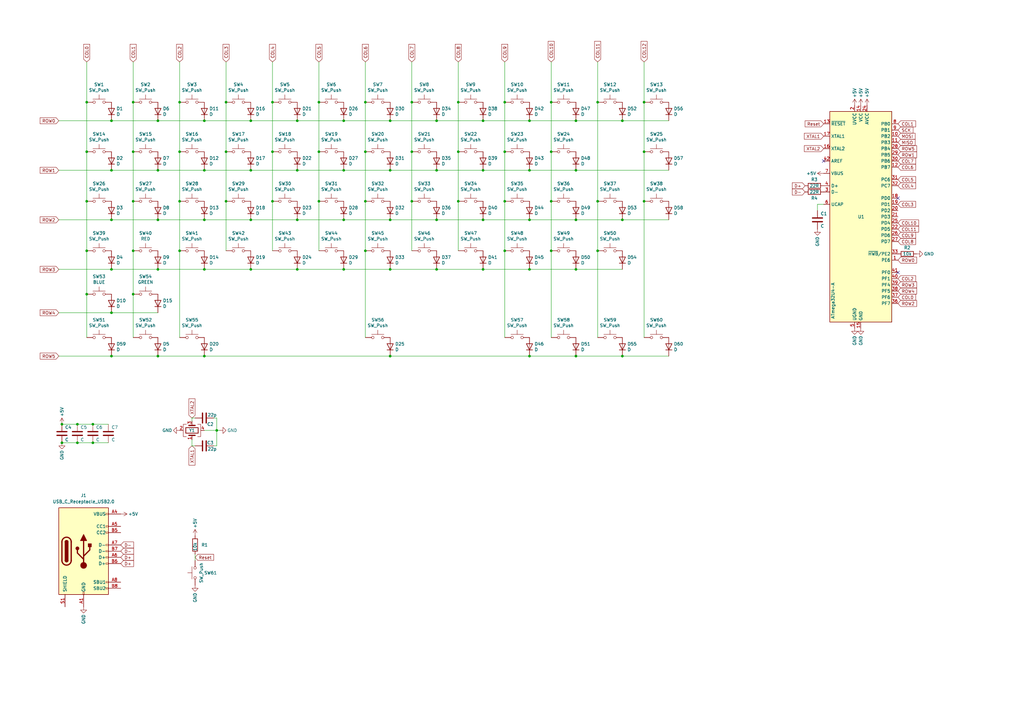
<source format=kicad_sch>
(kicad_sch (version 20211123) (generator eeschema)
  (paper "A3")
  (junction (at 236.22 146.05))
  (junction (at 64.77 69.85))
  (junction (at 187.96 41.91))
  (junction (at 236.22 69.85))
  (junction (at 140.97 69.85))
  (junction (at 54.61 41.91))
  (junction (at 245.11 41.91))
  (junction (at 236.22 110.49))
  (junction (at 45.72 128.27))
  (junction (at 226.06 41.91))
  (junction (at 54.61 120.65))
  (junction (at 45.72 69.85))
  (junction (at 160.02 49.53))
  (junction (at 83.82 146.05))
  (junction (at 102.87 69.85))
  (junction (at 160.02 90.17))
  (junction (at 207.01 41.91))
  (junction (at 217.17 69.85))
  (junction (at 264.16 41.91))
  (junction (at 73.66 82.55))
  (junction (at 245.11 102.87))
  (junction (at 45.72 146.05))
  (junction (at 226.06 62.23))
  (junction (at 236.22 90.17))
  (junction (at 54.61 102.87))
  (junction (at 73.66 102.87))
  (junction (at 73.66 62.23))
  (junction (at 168.91 82.55))
  (junction (at 198.12 90.17))
  (junction (at 140.97 90.17))
  (junction (at 35.56 62.23))
  (junction (at 111.76 82.55))
  (junction (at 236.22 49.53))
  (junction (at 121.92 49.53))
  (junction (at 168.91 41.91))
  (junction (at 31.75 181.61))
  (junction (at 45.72 90.17))
  (junction (at 64.77 110.49))
  (junction (at 111.76 41.91))
  (junction (at 187.96 82.55))
  (junction (at 45.72 49.53))
  (junction (at 207.01 102.87))
  (junction (at 255.27 146.05))
  (junction (at 207.01 62.23))
  (junction (at 198.12 69.85))
  (junction (at 217.17 146.05))
  (junction (at 92.71 62.23))
  (junction (at 35.56 120.65))
  (junction (at 226.06 102.87))
  (junction (at 130.81 82.55))
  (junction (at 255.27 49.53))
  (junction (at 83.82 49.53))
  (junction (at 245.11 82.55))
  (junction (at 92.71 82.55))
  (junction (at 149.86 102.87))
  (junction (at 130.81 41.91))
  (junction (at 38.1 181.61))
  (junction (at 92.71 41.91))
  (junction (at 25.4 173.99))
  (junction (at 160.02 69.85))
  (junction (at 179.07 49.53))
  (junction (at 121.92 90.17))
  (junction (at 102.87 49.53))
  (junction (at 140.97 110.49))
  (junction (at 83.82 90.17))
  (junction (at 83.82 69.85))
  (junction (at 149.86 82.55))
  (junction (at 25.4 181.61))
  (junction (at 121.92 110.49))
  (junction (at 160.02 146.05))
  (junction (at 45.72 110.49))
  (junction (at 140.97 49.53))
  (junction (at 179.07 69.85))
  (junction (at 31.75 173.99))
  (junction (at 64.77 90.17))
  (junction (at 64.77 146.05))
  (junction (at 226.06 82.55))
  (junction (at 187.96 62.23))
  (junction (at 179.07 110.49))
  (junction (at 149.86 41.91))
  (junction (at 64.77 49.53))
  (junction (at 130.81 62.23))
  (junction (at 35.56 102.87))
  (junction (at 111.76 62.23))
  (junction (at 54.61 62.23))
  (junction (at 217.17 90.17))
  (junction (at 179.07 90.17))
  (junction (at 168.91 62.23))
  (junction (at 35.56 41.91))
  (junction (at 217.17 49.53))
  (junction (at 149.86 62.23))
  (junction (at 207.01 82.55))
  (junction (at 217.17 110.49))
  (junction (at 102.87 90.17))
  (junction (at 160.02 110.49))
  (junction (at 121.92 69.85))
  (junction (at 88.9 176.53))
  (junction (at 255.27 90.17))
  (junction (at 264.16 62.23))
  (junction (at 38.1 173.99))
  (junction (at 198.12 110.49))
  (junction (at 83.82 110.49))
  (junction (at 54.61 82.55))
  (junction (at 35.56 82.55))
  (junction (at 73.66 41.91))
  (junction (at 264.16 82.55))
  (junction (at 102.87 110.49))
  (junction (at 198.12 49.53))
  (no_connect (at 368.3 111.76))
  (no_connect (at 368.3 81.28))
  (no_connect (at 337.82 66.04))
  (wire (pts (xy 187.96 62.23) (xy 187.96 41.91)))
  (wire (pts (xy 92.71 62.23) (xy 92.71 41.91)))
  (wire (pts (xy 31.75 173.99) (xy 38.1 173.99)))
  (wire (pts (xy 236.22 146.05) (xy 255.27 146.05)))
  (wire (pts (xy 207.01 41.91) (xy 207.01 62.23)))
  (wire (pts (xy 73.66 102.87) (xy 73.66 138.43)))
  (wire (pts (xy 245.11 41.91) (xy 245.11 25.4)))
  (wire (pts (xy 160.02 146.05) (xy 217.17 146.05)))
  (wire (pts (xy 54.61 120.65) (xy 54.61 138.43)))
  (wire (pts (xy 111.76 82.55) (xy 111.76 102.87)))
  (wire (pts (xy 187.96 41.91) (xy 187.96 25.4)))
  (wire (pts (xy 64.77 110.49) (xy 83.82 110.49)))
  (wire (pts (xy 121.92 69.85) (xy 140.97 69.85)))
  (wire (pts (xy 130.81 62.23) (xy 130.81 41.91)))
  (wire (pts (xy 245.11 102.87) (xy 245.11 138.43)))
  (wire (pts (xy 73.66 102.87) (xy 73.66 82.55)))
  (wire (pts (xy 236.22 90.17) (xy 217.17 90.17)))
  (wire (pts (xy 179.07 90.17) (xy 160.02 90.17)))
  (wire (pts (xy 168.91 82.55) (xy 168.91 62.23)))
  (wire (pts (xy 35.56 82.55) (xy 35.56 102.87)))
  (wire (pts (xy 83.82 90.17) (xy 64.77 90.17)))
  (wire (pts (xy 45.72 110.49) (xy 64.77 110.49)))
  (wire (pts (xy 88.9 171.45) (xy 88.9 176.53)))
  (wire (pts (xy 130.81 41.91) (xy 130.81 25.4)))
  (wire (pts (xy 35.56 102.87) (xy 35.56 120.65)))
  (wire (pts (xy 83.82 110.49) (xy 102.87 110.49)))
  (wire (pts (xy 54.61 25.4) (xy 54.61 41.91)))
  (wire (pts (xy 217.17 110.49) (xy 236.22 110.49)))
  (wire (pts (xy 24.13 146.05) (xy 45.72 146.05)))
  (wire (pts (xy 149.86 62.23) (xy 149.86 82.55)))
  (wire (pts (xy 207.01 82.55) (xy 207.01 102.87)))
  (wire (pts (xy 73.66 41.91) (xy 73.66 25.4)))
  (wire (pts (xy 88.9 176.53) (xy 88.9 182.88)))
  (wire (pts (xy 83.82 69.85) (xy 102.87 69.85)))
  (wire (pts (xy 140.97 90.17) (xy 121.92 90.17)))
  (wire (pts (xy 102.87 90.17) (xy 83.82 90.17)))
  (wire (pts (xy 198.12 90.17) (xy 179.07 90.17)))
  (wire (pts (xy 255.27 49.53) (xy 274.32 49.53)))
  (wire (pts (xy 54.61 62.23) (xy 54.61 82.55)))
  (wire (pts (xy 217.17 90.17) (xy 198.12 90.17)))
  (wire (pts (xy 121.92 110.49) (xy 140.97 110.49)))
  (wire (pts (xy 83.82 49.53) (xy 102.87 49.53)))
  (wire (pts (xy 54.61 82.55) (xy 54.61 102.87)))
  (wire (pts (xy 179.07 110.49) (xy 198.12 110.49)))
  (wire (pts (xy 31.75 181.61) (xy 38.1 181.61)))
  (wire (pts (xy 111.76 41.91) (xy 111.76 62.23)))
  (wire (pts (xy 245.11 82.55) (xy 245.11 41.91)))
  (wire (pts (xy 140.97 49.53) (xy 160.02 49.53)))
  (wire (pts (xy 168.91 41.91) (xy 168.91 25.4)))
  (wire (pts (xy 226.06 25.4) (xy 226.06 41.91)))
  (wire (pts (xy 149.86 82.55) (xy 149.86 102.87)))
  (wire (pts (xy 64.77 49.53) (xy 83.82 49.53)))
  (wire (pts (xy 179.07 49.53) (xy 198.12 49.53)))
  (wire (pts (xy 83.82 176.53) (xy 88.9 176.53)))
  (wire (pts (xy 24.13 128.27) (xy 45.72 128.27)))
  (wire (pts (xy 160.02 110.49) (xy 179.07 110.49)))
  (wire (pts (xy 35.56 41.91) (xy 35.56 62.23)))
  (wire (pts (xy 274.32 90.17) (xy 255.27 90.17)))
  (wire (pts (xy 35.56 62.23) (xy 35.56 82.55)))
  (wire (pts (xy 160.02 90.17) (xy 140.97 90.17)))
  (wire (pts (xy 187.96 82.55) (xy 187.96 62.23)))
  (wire (pts (xy 92.71 102.87) (xy 92.71 82.55)))
  (wire (pts (xy 78.74 182.88) (xy 80.01 182.88)))
  (wire (pts (xy 217.17 146.05) (xy 236.22 146.05)))
  (wire (pts (xy 207.01 25.4) (xy 207.01 41.91)))
  (wire (pts (xy 111.76 62.23) (xy 111.76 82.55)))
  (wire (pts (xy 102.87 49.53) (xy 121.92 49.53)))
  (wire (pts (xy 335.28 83.82) (xy 337.82 83.82)))
  (wire (pts (xy 87.63 171.45) (xy 88.9 171.45)))
  (wire (pts (xy 217.17 49.53) (xy 236.22 49.53)))
  (wire (pts (xy 121.92 49.53) (xy 140.97 49.53)))
  (wire (pts (xy 140.97 110.49) (xy 160.02 110.49)))
  (wire (pts (xy 187.96 102.87) (xy 187.96 82.55)))
  (wire (pts (xy 149.86 25.4) (xy 149.86 41.91)))
  (wire (pts (xy 78.74 180.34) (xy 78.74 182.88)))
  (wire (pts (xy 73.66 62.23) (xy 73.66 41.91)))
  (wire (pts (xy 88.9 176.53) (xy 90.17 176.53)))
  (wire (pts (xy 25.4 173.99) (xy 31.75 173.99)))
  (wire (pts (xy 226.06 82.55) (xy 226.06 102.87)))
  (wire (pts (xy 35.56 25.4) (xy 35.56 41.91)))
  (wire (pts (xy 168.91 102.87) (xy 168.91 82.55)))
  (wire (pts (xy 264.16 62.23) (xy 264.16 82.55)))
  (wire (pts (xy 78.74 172.72) (xy 78.74 171.45)))
  (wire (pts (xy 335.28 86.36) (xy 335.28 83.82)))
  (wire (pts (xy 38.1 181.61) (xy 44.45 181.61)))
  (wire (pts (xy 130.81 102.87) (xy 130.81 82.55)))
  (wire (pts (xy 140.97 69.85) (xy 160.02 69.85)))
  (wire (pts (xy 102.87 69.85) (xy 121.92 69.85)))
  (wire (pts (xy 198.12 69.85) (xy 217.17 69.85)))
  (wire (pts (xy 236.22 69.85) (xy 274.32 69.85)))
  (wire (pts (xy 160.02 49.53) (xy 179.07 49.53)))
  (wire (pts (xy 78.74 171.45) (xy 80.01 171.45)))
  (wire (pts (xy 130.81 82.55) (xy 130.81 62.23)))
  (wire (pts (xy 38.1 173.99) (xy 44.45 173.99)))
  (wire (pts (xy 64.77 69.85) (xy 83.82 69.85)))
  (wire (pts (xy 45.72 49.53) (xy 64.77 49.53)))
  (wire (pts (xy 226.06 62.23) (xy 226.06 82.55)))
  (wire (pts (xy 264.16 82.55) (xy 264.16 138.43)))
  (wire (pts (xy 87.63 182.88) (xy 88.9 182.88)))
  (wire (pts (xy 54.61 120.65) (xy 54.61 102.87)))
  (wire (pts (xy 236.22 49.53) (xy 255.27 49.53)))
  (wire (pts (xy 64.77 146.05) (xy 83.82 146.05)))
  (wire (pts (xy 198.12 110.49) (xy 217.17 110.49)))
  (wire (pts (xy 264.16 25.4) (xy 264.16 41.91)))
  (wire (pts (xy 54.61 41.91) (xy 54.61 62.23)))
  (wire (pts (xy 35.56 120.65) (xy 35.56 138.43)))
  (wire (pts (xy 24.13 49.53) (xy 45.72 49.53)))
  (wire (pts (xy 149.86 102.87) (xy 149.86 138.43)))
  (wire (pts (xy 198.12 49.53) (xy 217.17 49.53)))
  (wire (pts (xy 179.07 69.85) (xy 198.12 69.85)))
  (wire (pts (xy 149.86 41.91) (xy 149.86 62.23)))
  (wire (pts (xy 24.13 110.49) (xy 45.72 110.49)))
  (wire (pts (xy 168.91 62.23) (xy 168.91 41.91)))
  (wire (pts (xy 64.77 90.17) (xy 45.72 90.17)))
  (wire (pts (xy 83.82 146.05) (xy 160.02 146.05)))
  (wire (pts (xy 207.01 62.23) (xy 207.01 82.55)))
  (wire (pts (xy 121.92 90.17) (xy 102.87 90.17)))
  (wire (pts (xy 80.01 227.33) (xy 80.01 229.87)))
  (wire (pts (xy 24.13 69.85) (xy 45.72 69.85)))
  (wire (pts (xy 25.4 181.61) (xy 31.75 181.61)))
  (wire (pts (xy 255.27 146.05) (xy 274.32 146.05)))
  (wire (pts (xy 45.72 128.27) (xy 64.77 128.27)))
  (wire (pts (xy 236.22 110.49) (xy 255.27 110.49)))
  (wire (pts (xy 160.02 69.85) (xy 179.07 69.85)))
  (wire (pts (xy 111.76 25.4) (xy 111.76 41.91)))
  (wire (pts (xy 92.71 41.91) (xy 92.71 25.4)))
  (wire (pts (xy 102.87 110.49) (xy 121.92 110.49)))
  (wire (pts (xy 264.16 41.91) (xy 264.16 62.23)))
  (wire (pts (xy 45.72 90.17) (xy 24.13 90.17)))
  (wire (pts (xy 92.71 82.55) (xy 92.71 62.23)))
  (wire (pts (xy 217.17 69.85) (xy 236.22 69.85)))
  (wire (pts (xy 226.06 41.91) (xy 226.06 62.23)))
  (wire (pts (xy 207.01 102.87) (xy 207.01 138.43)))
  (wire (pts (xy 226.06 102.87) (xy 226.06 138.43)))
  (wire (pts (xy 73.66 82.55) (xy 73.66 62.23)))
  (wire (pts (xy 255.27 90.17) (xy 236.22 90.17)))
  (wire (pts (xy 45.72 69.85) (xy 64.77 69.85)))
  (wire (pts (xy 245.11 82.55) (xy 245.11 102.87)))
  (wire (pts (xy 45.72 146.05) (xy 64.77 146.05)))
  (global_label "D-" (shape input) (at 330.2 78.74 180) (property "Intersheet References" "${INTERSHEET_REFS}" (effects hide)))
  (global_label "D+" (shape input) (at 330.2 76.2 180) (property "Intersheet References" "${INTERSHEET_REFS}" (effects hide)))
  (global_label "COL9" (shape input) (at 368.3 96.52 0) (property "Intersheet References" "${INTERSHEET_REFS}" (effects hide)))
  (global_label "ROW4" (shape input) (at 24.13 128.27 180) (property "Intersheet References" "${INTERSHEET_REFS}" (effects hide)))
  (global_label "COL2" (shape input) (at 73.66 25.4 90) (property "Intersheet References" "${INTERSHEET_REFS}" (effects hide)))
  (global_label "COL10" (shape input) (at 226.06 25.4 90) (property "Intersheet References" "${INTERSHEET_REFS}" (effects hide)))
  (global_label "D-" (shape input) (at 49.53 226.06 0) (property "Intersheet References" "${INTERSHEET_REFS}" (effects hide)))
  (global_label "ROW2" (shape input) (at 24.13 90.17 180) (property "Intersheet References" "${INTERSHEET_REFS}" (effects hide)))
  (global_label "ROW0" (shape input) (at 24.13 49.53 180) (property "Intersheet References" "${INTERSHEET_REFS}" (effects hide)))
  (global_label "COL5" (shape input) (at 368.3 73.66 0) (property "Intersheet References" "${INTERSHEET_REFS}" (effects hide)))
  (global_label "COL3" (shape input) (at 92.71 25.4 90) (property "Intersheet References" "${INTERSHEET_REFS}" (effects hide)))
  (global_label "COL6" (shape input) (at 149.86 25.4 90) (property "Intersheet References" "${INTERSHEET_REFS}" (effects hide)))
  (global_label "ROW4" (shape input) (at 368.3 119.38 0) (property "Intersheet References" "${INTERSHEET_REFS}" (effects hide)))
  (global_label "ROW0" (shape input) (at 368.3 106.68 0) (property "Intersheet References" "${INTERSHEET_REFS}" (effects hide)))
  (global_label "D+" (shape input) (at 49.53 231.14 0) (property "Intersheet References" "${INTERSHEET_REFS}" (effects hide)))
  (global_label "COL12" (shape input) (at 264.16 25.4 90) (property "Intersheet References" "${INTERSHEET_REFS}" (effects hide)))
  (global_label "ROW5" (shape input) (at 24.13 146.05 180) (property "Intersheet References" "${INTERSHEET_REFS}" (effects hide)))
  (global_label "COL5" (shape input) (at 130.81 25.4 90) (property "Intersheet References" "${INTERSHEET_REFS}" (effects hide)))
  (global_label "COL8" (shape input) (at 187.96 25.4 90) (property "Intersheet References" "${INTERSHEET_REFS}" (effects hide)))
  (global_label "COL0" (shape input) (at 35.56 25.4 90) (property "Intersheet References" "${INTERSHEET_REFS}" (effects hide)))
  (global_label "COL11" (shape input) (at 245.11 25.4 90) (property "Intersheet References" "${INTERSHEET_REFS}" (effects hide)))
  (global_label "D+" (shape input) (at 49.53 228.6 0) (property "Intersheet References" "${INTERSHEET_REFS}" (effects hide)))
  (global_label "COL8" (shape input) (at 368.3 99.06 0) (property "Intersheet References" "${INTERSHEET_REFS}" (effects hide)))
  (global_label "COL7" (shape input) (at 168.91 25.4 90) (property "Intersheet References" "${INTERSHEET_REFS}" (effects hide)))
  (global_label "ROW3" (shape input) (at 24.13 110.49 180) (property "Intersheet References" "${INTERSHEET_REFS}" (effects hide)))
  (global_label "COL0" (shape input) (at 368.3 121.92 0) (property "Intersheet References" "${INTERSHEET_REFS}" (effects hide)))
  (global_label "COL4" (shape input) (at 368.3 76.2 0) (property "Intersheet References" "${INTERSHEET_REFS}" (effects hide)))
  (global_label "ROW1" (shape input) (at 368.3 63.5 0) (property "Intersheet References" "${INTERSHEET_REFS}" (effects hide)))
  (global_label "XTAL1" (shape input) (at 337.82 55.88 180) (property "Intersheet References" "${INTERSHEET_REFS}" (effects hide)))
  (global_label "COL9" (shape input) (at 207.01 25.4 90) (property "Intersheet References" "${INTERSHEET_REFS}" (effects hide)))
  (global_label "COL2" (shape input) (at 368.3 114.3 0) (property "Intersheet References" "${INTERSHEET_REFS}" (effects hide)))
  (global_label "XTAL1" (shape input) (at 78.74 182.88 270) (property "Intersheet References" "${INTERSHEET_REFS}" (effects hide)))
  (global_label "COL10" (shape input) (at 368.3 91.44 0) (property "Intersheet References" "${INTERSHEET_REFS}" (effects hide)))
  (global_label "COL3" (shape input) (at 368.3 83.82 0) (property "Intersheet References" "${INTERSHEET_REFS}" (effects hide)))
  (global_label "COL12" (shape input) (at 427.99 -46.99 0) (property "Intersheet References" "${INTERSHEET_REFS}" (effects hide)))
  (global_label "MOSI" (shape input) (at 368.3 55.88 0) (property "Intersheet References" "${INTERSHEET_REFS}" (effects hide)))
  (global_label "COL1" (shape input) (at 54.61 25.4 90) (property "Intersheet References" "${INTERSHEET_REFS}" (effects hide)))
  (global_label "COL7" (shape input) (at 368.3 66.04 0) (property "Intersheet References" "${INTERSHEET_REFS}" (effects hide)))
  (global_label "MISO" (shape input) (at 368.3 58.42 0) (property "Intersheet References" "${INTERSHEET_REFS}" (effects hide)))
  (global_label "XTAL2" (shape input) (at 337.82 60.96 180) (property "Intersheet References" "${INTERSHEET_REFS}" (effects hide)))
  (global_label "Reset" (shape input) (at 80.01 228.6 0) (property "Intersheet References" "${INTERSHEET_REFS}" (effects hide)))
  (global_label "D-" (shape input) (at 49.53 223.52 0) (property "Intersheet References" "${INTERSHEET_REFS}" (effects hide)))
  (global_label "Reset" (shape input) (at 337.82 50.8 180) (property "Intersheet References" "${INTERSHEET_REFS}" (effects hide)))
  (global_label "XTAL2" (shape input) (at 78.74 171.45 90) (property "Intersheet References" "${INTERSHEET_REFS}" (effects hide)))
  (global_label "COL11" (shape input) (at 368.3 93.98 0) (property "Intersheet References" "${INTERSHEET_REFS}" (effects hide)))
  (global_label "COL6" (shape input) (at 368.3 68.58 0) (property "Intersheet References" "${INTERSHEET_REFS}" (effects hide)))
  (global_label "ROW2" (shape input) (at 368.3 124.46 0) (property "Intersheet References" "${INTERSHEET_REFS}" (effects hide)))
  (global_label "COL4" (shape input) (at 111.76 25.4 90) (property "Intersheet References" "${INTERSHEET_REFS}" (effects hide)))
  (global_label "ROW1" (shape input) (at 24.13 69.85 180) (property "Intersheet References" "${INTERSHEET_REFS}" (effects hide)))
  (global_label "ROW5" (shape input) (at 368.3 60.96 0) (property "Intersheet References" "${INTERSHEET_REFS}" (effects hide)))
  (global_label "SCK" (shape input) (at 368.3 53.34 0) (property "Intersheet References" "${INTERSHEET_REFS}" (effects hide)))
  (global_label "ROW3" (shape input) (at 368.3 116.84 0) (property "Intersheet References" "${INTERSHEET_REFS}" (effects hide)))
  (global_label "COL1" (shape input) (at 368.3 50.8 0) (property "Intersheet References" "${INTERSHEET_REFS}" (effects hide)))
  (symbol (lib_id "Switch:SW_Push") (at 40.64 41.91 0) (unit 1)
    (property "Reference" "SW1" (at 40.64 34.671 0))
    (property "Value" "SW_Push" (at 40.64 36.9824 0))
    (property "Footprint" "Switch_Keyboard_Kailh:SW_Kailh_Choc_V1_1.00u" (effects hide))
  )
  (symbol (lib_id "Switch:SW_Push") (at 154.94 41.91 0) (unit 1)
    (property "Reference" "SW7" (at 154.94 34.671 0))
    (property "Value" "SW_Push" (at 154.94 36.9824 0))
    (property "Footprint" "Switch_Keyboard_Kailh:SW_Kailh_Choc_V1_1.00u" (effects hide))
  )
  (symbol (lib_id "Switch:SW_Push") (at 269.24 41.91 0) (unit 1)
    (property "Reference" "SW13" (at 269.24 34.671 0))
    (property "Value" "SW_Push" (at 269.24 36.9824 0))
    (property "Footprint" "Switch_Keyboard_Kailh:SW_Kailh_Choc_V1_1.00u" (effects hide))
  )
  (symbol (lib_id "Switch:SW_Push") (at 135.89 62.23 0) (unit 1)
    (property "Reference" "SW19" (at 135.89 54.991 0))
    (property "Value" "SW_Push" (at 135.89 57.3024 0))
    (property "Footprint" "Switch_Keyboard_Kailh:SW_Kailh_Choc_V1_1.00u" (effects hide))
  )
  (symbol (lib_id "Switch:SW_Push") (at 269.24 62.23 0) (unit 1)
    (property "Reference" "SW25" (at 269.24 54.991 0))
    (property "Value" "SW_Push" (at 269.24 57.3024 0))
    (property "Footprint" "Switch_Keyboard_Kailh:SW_Kailh_Choc_V1_2.00u" (effects hide))
  )
  (symbol (lib_id "Switch:SW_Push") (at 135.89 82.55 0) (unit 1)
    (property "Reference" "SW31" (at 135.89 75.311 0))
    (property "Value" "SW_Push" (at 135.89 77.6224 0))
    (property "Footprint" "Switch_Keyboard_Kailh:SW_Kailh_Choc_V1_1.00u" (effects hide))
  )
  (symbol (lib_id "Switch:SW_Push") (at 250.19 82.55 0) (unit 1)
    (property "Reference" "SW37" (at 250.19 75.311 0))
    (property "Value" "SW_Push" (at 250.19 77.6224 0))
    (property "Footprint" "Switch_Keyboard_Kailh:SW_Kailh_Choc_V1_1.00u" (effects hide))
  )
  (symbol (lib_id "Switch:SW_Push") (at 116.84 102.87 0) (unit 1)
    (property "Reference" "SW43" (at 116.84 95.631 0))
    (property "Value" "SW_Push" (at 116.84 97.9424 0))
    (property "Footprint" "Switch_Keyboard_Kailh:SW_Kailh_Choc_V1_1.00u" (effects hide))
  )
  (symbol (lib_id "Switch:SW_Push") (at 231.14 102.87 0) (unit 1)
    (property "Reference" "SW49" (at 231.14 95.631 0))
    (property "Value" "SW_Push" (at 231.14 97.9424 0))
    (property "Footprint" "Switch_Keyboard_Kailh:SW_Kailh_Choc_V1_1.00u" (effects hide))
  )
  (symbol (lib_id "Switch:SW_Push") (at 78.74 138.43 0) (unit 1)
    (property "Reference" "SW55" (at 78.74 131.191 0))
    (property "Value" "SW_Push" (at 78.74 133.5024 0))
    (property "Footprint" "Switch_Keyboard_Kailh:SW_Kailh_Choc_V1_1.00u" (effects hide))
  )
  (symbol (lib_id "Switch:SW_Push") (at 59.69 41.91 0) (unit 1)
    (property "Reference" "SW2" (at 59.69 34.671 0))
    (property "Value" "SW_Push" (at 59.69 36.9824 0))
    (property "Footprint" "Switch_Keyboard_Kailh:SW_Kailh_Choc_V1_1.00u" (effects hide))
  )
  (symbol (lib_id "Switch:SW_Push") (at 173.99 41.91 0) (unit 1)
    (property "Reference" "SW8" (at 173.99 34.671 0))
    (property "Value" "SW_Push" (at 173.99 36.9824 0))
    (property "Footprint" "Switch_Keyboard_Kailh:SW_Kailh_Choc_V1_1.00u" (effects hide))
  )
  (symbol (lib_id "Switch:SW_Push") (at 40.64 62.23 0) (unit 1)
    (property "Reference" "SW14" (at 40.64 54.991 0))
    (property "Value" "SW_Push" (at 40.64 57.3024 0))
    (property "Footprint" "Switch_Keyboard_Kailh:SW_Kailh_Choc_V1_1.00u" (effects hide))
  )
  (symbol (lib_id "Switch:SW_Push") (at 154.94 62.23 0) (unit 1)
    (property "Reference" "SW20" (at 154.94 54.991 0))
    (property "Value" "SW_Push" (at 154.94 57.3024 0))
    (property "Footprint" "Switch_Keyboard_Kailh:SW_Kailh_Choc_V1_1.00u" (effects hide))
  )
  (symbol (lib_id "Switch:SW_Push") (at 40.64 82.55 0) (unit 1)
    (property "Reference" "SW26" (at 40.64 75.311 0))
    (property "Value" "SW_Push" (at 40.64 77.6224 0))
    (property "Footprint" "Switch_Keyboard_Kailh:SW_Kailh_Choc_V1_1.00u" (effects hide))
  )
  (symbol (lib_id "Switch:SW_Push") (at 154.94 82.55 0) (unit 1)
    (property "Reference" "SW32" (at 154.94 75.311 0))
    (property "Value" "SW_Push" (at 154.94 77.6224 0))
    (property "Footprint" "Switch_Keyboard_Kailh:SW_Kailh_Choc_V1_1.00u" (effects hide))
  )
  (symbol (lib_id "Switch:SW_Push") (at 269.24 82.55 0) (unit 1)
    (property "Reference" "SW38" (at 269.24 75.311 0))
    (property "Value" "SW_Push" (at 269.24 77.6224 0))
    (property "Footprint" "Switch_Keyboard_Kailh:SW_Kailh_Choc_V1_2.00u_Rotated" (effects hide))
  )
  (symbol (lib_id "Switch:SW_Push") (at 135.89 102.87 0) (unit 1)
    (property "Reference" "SW44" (at 135.89 95.631 0))
    (property "Value" "SW_Push" (at 135.89 97.9424 0))
    (property "Footprint" "Switch_Keyboard_Kailh:SW_Kailh_Choc_V1_1.00u" (effects hide))
  )
  (symbol (lib_id "Switch:SW_Push") (at 250.19 102.87 0) (unit 1)
    (property "Reference" "SW50" (at 250.19 95.631 0))
    (property "Value" "SW_Push" (at 250.19 97.9424 0))
    (property "Footprint" "Switch_Keyboard_Kailh:SW_Kailh_Choc_V1_1.00u" (effects hide))
  )
  (symbol (lib_id "Switch:SW_Push") (at 154.94 138.43 0) (unit 1)
    (property "Reference" "SW56" (at 154.94 131.191 0))
    (property "Value" "SW_Push" (at 154.94 133.5024 0))
    (property "Footprint" "Switch_Keyboard_Kailh:SW_Kailh_Choc_V1_6.00u_Offset" (effects hide))
  )
  (symbol (lib_id "Switch:SW_Push") (at 78.74 41.91 0) (unit 1)
    (property "Reference" "SW3" (at 78.74 34.671 0))
    (property "Value" "SW_Push" (at 78.74 36.9824 0))
    (property "Footprint" "Switch_Keyboard_Kailh:SW_Kailh_Choc_V1_1.00u" (effects hide))
  )
  (symbol (lib_id "Switch:SW_Push") (at 193.04 41.91 0) (unit 1)
    (property "Reference" "SW9" (at 193.04 34.671 0))
    (property "Value" "SW_Push" (at 193.04 36.9824 0))
    (property "Footprint" "Switch_Keyboard_Kailh:SW_Kailh_Choc_V1_1.00u" (effects hide))
  )
  (symbol (lib_id "Switch:SW_Push") (at 59.69 62.23 0) (unit 1)
    (property "Reference" "SW15" (at 59.69 54.991 0))
    (property "Value" "SW_Push" (at 59.69 57.3024 0))
    (property "Footprint" "Switch_Keyboard_Kailh:SW_Kailh_Choc_V1_1.00u" (effects hide))
  )
  (symbol (lib_id "Switch:SW_Push") (at 173.99 62.23 0) (unit 1)
    (property "Reference" "SW21" (at 173.99 54.991 0))
    (property "Value" "SW_Push" (at 173.99 57.3024 0))
    (property "Footprint" "Switch_Keyboard_Kailh:SW_Kailh_Choc_V1_1.00u" (effects hide))
  )
  (symbol (lib_id "Switch:SW_Push") (at 59.69 82.55 0) (unit 1)
    (property "Reference" "SW27" (at 59.69 75.311 0))
    (property "Value" "SW_Push" (at 59.69 77.6224 0))
    (property "Footprint" "Switch_Keyboard_Kailh:SW_Kailh_Choc_V1_1.00u" (effects hide))
  )
  (symbol (lib_id "Switch:SW_Push") (at 173.99 82.55 0) (unit 1)
    (property "Reference" "SW33" (at 173.99 75.311 0))
    (property "Value" "SW_Push" (at 173.99 77.6224 0))
    (property "Footprint" "Switch_Keyboard_Kailh:SW_Kailh_Choc_V1_1.00u" (effects hide))
  )
  (symbol (lib_id "Switch:SW_Push") (at 40.64 102.87 0) (unit 1)
    (property "Reference" "SW39" (at 40.64 95.631 0))
    (property "Value" "SW_Push" (at 40.64 97.9424 0))
    (property "Footprint" "Switch_Keyboard_Kailh:SW_Kailh_Choc_V1_1.00u" (effects hide))
  )
  (symbol (lib_id "Switch:SW_Push") (at 154.94 102.87 0) (unit 1)
    (property "Reference" "SW45" (at 154.94 95.631 0))
    (property "Value" "SW_Push" (at 154.94 97.9424 0))
    (property "Footprint" "Switch_Keyboard_Kailh:SW_Kailh_Choc_V1_1.00u" (effects hide))
  )
  (symbol (lib_id "Switch:SW_Push") (at 40.64 138.43 0) (unit 1)
    (property "Reference" "SW51" (at 40.64 131.191 0))
    (property "Value" "SW_Push" (at 40.64 133.5024 0))
    (property "Footprint" "Switch_Keyboard_Kailh:SW_Kailh_Choc_V1_1.00u" (effects hide))
  )
  (symbol (lib_id "Switch:SW_Push") (at 212.09 138.43 0) (unit 1)
    (property "Reference" "SW57" (at 212.09 131.191 0))
    (property "Value" "SW_Push" (at 212.09 133.5024 0))
    (property "Footprint" "Switch_Keyboard_Kailh:SW_Kailh_Choc_V1_1.00u" (effects hide))
  )
  (symbol (lib_id "Switch:SW_Push") (at 97.79 41.91 0) (unit 1)
    (property "Reference" "SW4" (at 97.79 34.671 0))
    (property "Value" "SW_Push" (at 97.79 36.9824 0))
    (property "Footprint" "Switch_Keyboard_Kailh:SW_Kailh_Choc_V1_1.00u" (effects hide))
  )
  (symbol (lib_id "Switch:SW_Push") (at 212.09 41.91 0) (unit 1)
    (property "Reference" "SW10" (at 212.09 34.671 0))
    (property "Value" "SW_Push" (at 212.09 36.9824 0))
    (property "Footprint" "Switch_Keyboard_Kailh:SW_Kailh_Choc_V1_1.00u" (effects hide))
  )
  (symbol (lib_id "Switch:SW_Push") (at 78.74 62.23 0) (unit 1)
    (property "Reference" "SW16" (at 78.74 54.991 0))
    (property "Value" "SW_Push" (at 78.74 57.3024 0))
    (property "Footprint" "Switch_Keyboard_Kailh:SW_Kailh_Choc_V1_1.00u" (effects hide))
  )
  (symbol (lib_id "Switch:SW_Push") (at 193.04 62.23 0) (unit 1)
    (property "Reference" "SW22" (at 193.04 54.991 0))
    (property "Value" "SW_Push" (at 193.04 57.3024 0))
    (property "Footprint" "Switch_Keyboard_Kailh:SW_Kailh_Choc_V1_1.00u" (effects hide))
  )
  (symbol (lib_id "Switch:SW_Push") (at 78.74 82.55 0) (unit 1)
    (property "Reference" "SW28" (at 78.74 75.311 0))
    (property "Value" "SW_Push" (at 78.74 77.6224 0))
    (property "Footprint" "Switch_Keyboard_Kailh:SW_Kailh_Choc_V1_1.00u" (effects hide))
  )
  (symbol (lib_id "Switch:SW_Push") (at 193.04 82.55 0) (unit 1)
    (property "Reference" "SW34" (at 193.04 75.311 0))
    (property "Value" "SW_Push" (at 193.04 77.6224 0))
    (property "Footprint" "Switch_Keyboard_Kailh:SW_Kailh_Choc_V1_1.00u" (effects hide))
  )
  (symbol (lib_id "Switch:SW_Push") (at 59.69 102.87 0) (unit 1)
    (property "Reference" "SW40" (at 59.69 95.631 0))
    (property "Value" "RED" (at 59.69 97.9424 0))
    (property "Footprint" "Switch_Keyboard_Kailh:SW_58_Series_Kalih" (effects hide))
  )
  (symbol (lib_id "Switch:SW_Push") (at 173.99 102.87 0) (unit 1)
    (property "Reference" "SW46" (at 173.99 95.631 0))
    (property "Value" "SW_Push" (at 173.99 97.9424 0))
    (property "Footprint" "Switch_Keyboard_Kailh:SW_Kailh_Choc_V1_1.00u" (effects hide))
  )
  (symbol (lib_id "Switch:SW_Push") (at 59.69 138.43 0) (unit 1)
    (property "Reference" "SW52" (at 59.69 131.191 0))
    (property "Value" "SW_Push" (at 59.69 133.5024 0))
    (property "Footprint" "Switch_Keyboard_Kailh:SW_Kailh_Choc_V1_1.00u" (effects hide))
  )
  (symbol (lib_id "Switch:SW_Push") (at 231.14 138.43 0) (unit 1)
    (property "Reference" "SW58" (at 231.14 131.191 0))
    (property "Value" "SW_Push" (at 231.14 133.5024 0))
    (property "Footprint" "Switch_Keyboard_Kailh:SW_Kailh_Choc_V1_1.00u" (effects hide))
  )
  (symbol (lib_id "Switch:SW_Push") (at 116.84 41.91 0) (unit 1)
    (property "Reference" "SW5" (at 116.84 34.671 0))
    (property "Value" "SW_Push" (at 116.84 36.9824 0))
    (property "Footprint" "Switch_Keyboard_Kailh:SW_Kailh_Choc_V1_1.00u" (effects hide))
  )
  (symbol (lib_id "Switch:SW_Push") (at 231.14 41.91 0) (unit 1)
    (property "Reference" "SW11" (at 231.14 34.671 0))
    (property "Value" "SW_Push" (at 231.14 36.9824 0))
    (property "Footprint" "Switch_Keyboard_Kailh:SW_Kailh_Choc_V1_1.00u" (effects hide))
  )
  (symbol (lib_id "Switch:SW_Push") (at 97.79 62.23 0) (unit 1)
    (property "Reference" "SW17" (at 97.79 54.991 0))
    (property "Value" "SW_Push" (at 97.79 57.3024 0))
    (property "Footprint" "Switch_Keyboard_Kailh:SW_Kailh_Choc_V1_1.00u" (effects hide))
  )
  (symbol (lib_id "Switch:SW_Push") (at 212.09 62.23 0) (unit 1)
    (property "Reference" "SW23" (at 212.09 54.991 0))
    (property "Value" "SW_Push" (at 212.09 57.3024 0))
    (property "Footprint" "Switch_Keyboard_Kailh:SW_Kailh_Choc_V1_1.00u" (effects hide))
  )
  (symbol (lib_id "Switch:SW_Push") (at 97.79 82.55 0) (unit 1)
    (property "Reference" "SW29" (at 97.79 75.311 0))
    (property "Value" "SW_Push" (at 97.79 77.6224 0))
    (property "Footprint" "Switch_Keyboard_Kailh:SW_Kailh_Choc_V1_1.00u" (effects hide))
  )
  (symbol (lib_id "Switch:SW_Push") (at 212.09 82.55 0) (unit 1)
    (property "Reference" "SW35" (at 212.09 75.311 0))
    (property "Value" "SW_Push" (at 212.09 77.6224 0))
    (property "Footprint" "Switch_Keyboard_Kailh:SW_Kailh_Choc_V1_1.00u" (effects hide))
  )
  (symbol (lib_id "Switch:SW_Push") (at 78.74 102.87 0) (unit 1)
    (property "Reference" "SW41" (at 78.74 95.631 0))
    (property "Value" "SW_Push" (at 78.74 97.9424 0))
    (property "Footprint" "Switch_Keyboard_Kailh:SW_Kailh_Choc_V1_1.00u" (effects hide))
  )
  (symbol (lib_id "Switch:SW_Push") (at 193.04 102.87 0) (unit 1)
    (property "Reference" "SW47" (at 193.04 95.631 0))
    (property "Value" "SW_Push" (at 193.04 97.9424 0))
    (property "Footprint" "Switch_Keyboard_Kailh:SW_Kailh_Choc_V1_1.00u" (effects hide))
  )
  (symbol (lib_id "Switch:SW_Push") (at 40.64 120.65 0) (unit 1)
    (property "Reference" "SW53" (at 40.64 113.411 0))
    (property "Value" "BLUE" (at 40.64 115.7224 0))
    (property "Footprint" "Switch_Keyboard_Kailh:SW_58_Series_Kalih" (effects hide))
  )
  (symbol (lib_id "Switch:SW_Push") (at 250.19 138.43 0) (unit 1)
    (property "Reference" "SW59" (at 250.19 131.191 0))
    (property "Value" "SW_Push" (at 250.19 133.5024 0))
    (property "Footprint" "Switch_Keyboard_Kailh:SW_Kailh_Choc_V1_1.00u" (effects hide))
  )
  (symbol (lib_id "Switch:SW_Push") (at 135.89 41.91 0) (unit 1)
    (property "Reference" "SW6" (at 135.89 34.671 0))
    (property "Value" "SW_Push" (at 135.89 36.9824 0))
    (property "Footprint" "Switch_Keyboard_Kailh:SW_Kailh_Choc_V1_1.00u" (effects hide))
  )
  (symbol (lib_id "Switch:SW_Push") (at 250.19 41.91 0) (unit 1)
    (property "Reference" "SW12" (at 250.19 34.671 0))
    (property "Value" "SW_Push" (at 250.19 36.9824 0))
    (property "Footprint" "Switch_Keyboard_Kailh:SW_Kailh_Choc_V1_1.00u" (effects hide))
  )
  (symbol (lib_id "Switch:SW_Push") (at 116.84 62.23 0) (unit 1)
    (property "Reference" "SW18" (at 116.84 54.991 0))
    (property "Value" "SW_Push" (at 116.84 57.3024 0))
    (property "Footprint" "Switch_Keyboard_Kailh:SW_Kailh_Choc_V1_1.00u" (effects hide))
  )
  (symbol (lib_id "Switch:SW_Push") (at 231.14 62.23 0) (unit 1)
    (property "Reference" "SW24" (at 231.14 54.991 0))
    (property "Value" "SW_Push" (at 231.14 57.3024 0))
    (property "Footprint" "Switch_Keyboard_Kailh:SW_Kailh_Choc_V1_1.00u" (effects hide))
  )
  (symbol (lib_id "Switch:SW_Push") (at 116.84 82.55 0) (unit 1)
    (property "Reference" "SW30" (at 116.84 75.311 0))
    (property "Value" "SW_Push" (at 116.84 77.6224 0))
    (property "Footprint" "Switch_Keyboard_Kailh:SW_Kailh_Choc_V1_1.00u" (effects hide))
  )
  (symbol (lib_id "Switch:SW_Push") (at 231.14 82.55 0) (unit 1)
    (property "Reference" "SW36" (at 231.14 75.311 0))
    (property "Value" "SW_Push" (at 231.14 77.6224 0))
    (property "Footprint" "Switch_Keyboard_Kailh:SW_Kailh_Choc_V1_1.00u" (effects hide))
  )
  (symbol (lib_id "Switch:SW_Push") (at 97.79 102.87 0) (unit 1)
    (property "Reference" "SW42" (at 97.79 95.631 0))
    (property "Value" "SW_Push" (at 97.79 97.9424 0))
    (property "Footprint" "Switch_Keyboard_Kailh:SW_Kailh_Choc_V1_1.00u" (effects hide))
  )
  (symbol (lib_id "Switch:SW_Push") (at 212.09 102.87 0) (unit 1)
    (property "Reference" "SW48" (at 212.09 95.631 0))
    (property "Value" "SW_Push" (at 212.09 97.9424 0))
    (property "Footprint" "Switch_Keyboard_Kailh:SW_Kailh_Choc_V1_1.00u" (effects hide))
  )
  (symbol (lib_id "Switch:SW_Push") (at 59.69 120.65 0) (unit 1)
    (property "Reference" "SW54" (at 59.69 113.411 0))
    (property "Value" "GREEN" (at 59.69 115.7224 0))
    (property "Footprint" "Switch_Keyboard_Kailh:SW_58_Series_Kalih" (effects hide))
  )
  (symbol (lib_id "Switch:SW_Push") (at 269.24 138.43 0) (unit 1)
    (property "Reference" "SW60" (at 269.24 131.191 0))
    (property "Value" "SW_Push" (at 269.24 133.5024 0))
    (property "Footprint" "Switch_Keyboard_Kailh:SW_Kailh_Choc_V1_1.00u" (effects hide))
  )
  (symbol (lib_id "Device:D") (at 45.72 45.72 90) (unit 1)
    (property "Reference" "D1" (at 47.752 44.5516 90) (effects (justify right)))
    (property "Value" "D" (at 47.752 46.863 90) (effects (justify right)))
    (property "Footprint" "Diode_SMD:D_1206_3216Metric" (effects hide))
  )
  (symbol (lib_id "Device:D") (at 64.77 45.72 90) (unit 1)
    (property "Reference" "D6" (at 66.802 44.5516 90) (effects (justify right)))
    (property "Value" "D" (at 66.802 46.863 90) (effects (justify right)))
    (property "Footprint" "Diode_SMD:D_1206_3216Metric" (effects hide))
  )
  (symbol (lib_id "Device:D") (at 83.82 45.72 90) (unit 1)
    (property "Reference" "D11" (at 85.852 44.5516 90) (effects (justify right)))
    (property "Value" "D" (at 85.852 46.863 90) (effects (justify right)))
    (property "Footprint" "Diode_SMD:D_1206_3216Metric" (effects hide))
  )
  (symbol (lib_id "Device:D") (at 102.87 45.72 90) (unit 1)
    (property "Reference" "D16" (at 104.902 44.5516 90) (effects (justify right)))
    (property "Value" "D" (at 104.902 46.863 90) (effects (justify right)))
    (property "Footprint" "Diode_SMD:D_1206_3216Metric" (effects hide))
  )
  (symbol (lib_id "Device:D") (at 121.92 45.72 90) (unit 1)
    (property "Reference" "D21" (at 123.952 44.5516 90) (effects (justify right)))
    (property "Value" "D" (at 123.952 46.863 90) (effects (justify right)))
    (property "Footprint" "Diode_SMD:D_1206_3216Metric" (effects hide))
  )
  (symbol (lib_id "Device:D") (at 140.97 45.72 90) (unit 1)
    (property "Reference" "D26" (at 143.002 44.5516 90) (effects (justify right)))
    (property "Value" "D" (at 143.002 46.863 90) (effects (justify right)))
    (property "Footprint" "Diode_SMD:D_1206_3216Metric" (effects hide))
  )
  (symbol (lib_id "Device:D") (at 160.02 45.72 90) (unit 1)
    (property "Reference" "D30" (at 162.052 44.5516 90) (effects (justify right)))
    (property "Value" "D" (at 162.052 46.863 90) (effects (justify right)))
    (property "Footprint" "Diode_SMD:D_1206_3216Metric" (effects hide))
  )
  (symbol (lib_id "Device:D") (at 179.07 45.72 90) (unit 1)
    (property "Reference" "D34" (at 181.102 44.5516 90) (effects (justify right)))
    (property "Value" "D" (at 181.102 46.863 90) (effects (justify right)))
    (property "Footprint" "Diode_SMD:D_1206_3216Metric" (effects hide))
  )
  (symbol (lib_id "Device:D") (at 198.12 45.72 90) (unit 1)
    (property "Reference" "D38" (at 200.152 44.5516 90) (effects (justify right)))
    (property "Value" "D" (at 200.152 46.863 90) (effects (justify right)))
    (property "Footprint" "Diode_SMD:D_1206_3216Metric" (effects hide))
  )
  (symbol (lib_id "Device:D") (at 217.17 45.72 90) (unit 1)
    (property "Reference" "D42" (at 219.202 44.5516 90) (effects (justify right)))
    (property "Value" "D" (at 219.202 46.863 90) (effects (justify right)))
    (property "Footprint" "Diode_SMD:D_1206_3216Metric" (effects hide))
  )
  (symbol (lib_id "Device:D") (at 236.22 45.72 90) (unit 1)
    (property "Reference" "D47" (at 238.252 44.5516 90) (effects (justify right)))
    (property "Value" "D" (at 238.252 46.863 90) (effects (justify right)))
    (property "Footprint" "Diode_SMD:D_1206_3216Metric" (effects hide))
  )
  (symbol (lib_id "Device:D") (at 255.27 45.72 90) (unit 1)
    (property "Reference" "D52" (at 257.302 44.5516 90) (effects (justify right)))
    (property "Value" "D" (at 257.302 46.863 90) (effects (justify right)))
    (property "Footprint" "Diode_SMD:D_1206_3216Metric" (effects hide))
  )
  (symbol (lib_id "Device:D") (at 274.32 45.72 90) (unit 1)
    (property "Reference" "D56" (at 276.352 44.5516 90) (effects (justify right)))
    (property "Value" "D" (at 276.352 46.863 90) (effects (justify right)))
    (property "Footprint" "Diode_SMD:D_1206_3216Metric" (effects hide))
  )
  (symbol (lib_id "Device:D") (at 45.72 66.04 90) (unit 1)
    (property "Reference" "D2" (at 47.752 64.8716 90) (effects (justify right)))
    (property "Value" "D" (at 47.752 67.183 90) (effects (justify right)))
    (property "Footprint" "Diode_SMD:D_1206_3216Metric" (effects hide))
  )
  (symbol (lib_id "Device:D") (at 64.77 66.04 90) (unit 1)
    (property "Reference" "D7" (at 66.802 64.8716 90) (effects (justify right)))
    (property "Value" "D" (at 66.802 67.183 90) (effects (justify right)))
    (property "Footprint" "Diode_SMD:D_1206_3216Metric" (effects hide))
  )
  (symbol (lib_id "Device:D") (at 83.82 66.04 90) (unit 1)
    (property "Reference" "D12" (at 85.852 64.8716 90) (effects (justify right)))
    (property "Value" "D" (at 85.852 67.183 90) (effects (justify right)))
    (property "Footprint" "Diode_SMD:D_1206_3216Metric" (effects hide))
  )
  (symbol (lib_id "Device:D") (at 102.87 66.04 90) (unit 1)
    (property "Reference" "D17" (at 104.902 64.8716 90) (effects (justify right)))
    (property "Value" "D" (at 104.902 67.183 90) (effects (justify right)))
    (property "Footprint" "Diode_SMD:D_1206_3216Metric" (effects hide))
  )
  (symbol (lib_id "Device:D") (at 121.92 66.04 90) (unit 1)
    (property "Reference" "D22" (at 123.952 64.8716 90) (effects (justify right)))
    (property "Value" "D" (at 123.952 67.183 90) (effects (justify right)))
    (property "Footprint" "Diode_SMD:D_1206_3216Metric" (effects hide))
  )
  (symbol (lib_id "Device:D") (at 140.97 66.04 90) (unit 1)
    (property "Reference" "D27" (at 143.002 64.8716 90) (effects (justify right)))
    (property "Value" "D" (at 143.002 67.183 90) (effects (justify right)))
    (property "Footprint" "Diode_SMD:D_1206_3216Metric" (effects hide))
  )
  (symbol (lib_id "Device:D") (at 160.02 66.04 90) (unit 1)
    (property "Reference" "D31" (at 162.052 64.8716 90) (effects (justify right)))
    (property "Value" "D" (at 162.052 67.183 90) (effects (justify right)))
    (property "Footprint" "Diode_SMD:D_1206_3216Metric" (effects hide))
  )
  (symbol (lib_id "Device:D") (at 179.07 66.04 90) (unit 1)
    (property "Reference" "D35" (at 181.102 64.8716 90) (effects (justify right)))
    (property "Value" "D" (at 181.102 67.183 90) (effects (justify right)))
    (property "Footprint" "Diode_SMD:D_1206_3216Metric" (effects hide))
  )
  (symbol (lib_id "Device:D") (at 198.12 66.04 90) (unit 1)
    (property "Reference" "D39" (at 200.152 64.8716 90) (effects (justify right)))
    (property "Value" "D" (at 200.152 67.183 90) (effects (justify right)))
    (property "Footprint" "Diode_SMD:D_1206_3216Metric" (effects hide))
  )
  (symbol (lib_id "Device:D") (at 217.17 66.04 90) (unit 1)
    (property "Reference" "D43" (at 219.202 64.8716 90) (effects (justify right)))
    (property "Value" "D" (at 219.202 67.183 90) (effects (justify right)))
    (property "Footprint" "Diode_SMD:D_1206_3216Metric" (effects hide))
  )
  (symbol (lib_id "Device:D") (at 236.22 66.04 90) (unit 1)
    (property "Reference" "D48" (at 238.252 64.8716 90) (effects (justify right)))
    (property "Value" "D" (at 238.252 67.183 90) (effects (justify right)))
    (property "Footprint" "Diode_SMD:D_1206_3216Metric" (effects hide))
  )
  (symbol (lib_id "Device:D") (at 274.32 66.04 90) (unit 1)
    (property "Reference" "D57" (at 276.352 64.8716 90) (effects (justify right)))
    (property "Value" "D" (at 276.352 67.183 90) (effects (justify right)))
    (property "Footprint" "Diode_SMD:D_1206_3216Metric" (effects hide))
  )
  (symbol (lib_id "Device:D") (at 45.72 86.36 90) (unit 1)
    (property "Reference" "D3" (at 47.752 85.1916 90) (effects (justify right)))
    (property "Value" "D" (at 47.752 87.503 90) (effects (justify right)))
    (property "Footprint" "Diode_SMD:D_1206_3216Metric" (effects hide))
  )
  (symbol (lib_id "Device:D") (at 64.77 86.36 90) (unit 1)
    (property "Reference" "D8" (at 66.802 85.1916 90) (effects (justify right)))
    (property "Value" "D" (at 66.802 87.503 90) (effects (justify right)))
    (property "Footprint" "Diode_SMD:D_1206_3216Metric" (effects hide))
  )
  (symbol (lib_id "Device:D") (at 83.82 86.36 90) (unit 1)
    (property "Reference" "D13" (at 85.852 85.1916 90) (effects (justify right)))
    (property "Value" "D" (at 85.852 87.503 90) (effects (justify right)))
    (property "Footprint" "Diode_SMD:D_1206_3216Metric" (effects hide))
  )
  (symbol (lib_id "Device:D") (at 102.87 86.36 90) (unit 1)
    (property "Reference" "D18" (at 104.902 85.1916 90) (effects (justify right)))
    (property "Value" "D" (at 104.902 87.503 90) (effects (justify right)))
    (property "Footprint" "Diode_SMD:D_1206_3216Metric" (effects hide))
  )
  (symbol (lib_id "Device:D") (at 121.92 86.36 90) (unit 1)
    (property "Reference" "D23" (at 123.952 85.1916 90) (effects (justify right)))
    (property "Value" "D" (at 123.952 87.503 90) (effects (justify right)))
    (property "Footprint" "Diode_SMD:D_1206_3216Metric" (effects hide))
  )
  (symbol (lib_id "Device:D") (at 140.97 86.36 90) (unit 1)
    (property "Reference" "D28" (at 143.002 85.1916 90) (effects (justify right)))
    (property "Value" "D" (at 143.002 87.503 90) (effects (justify right)))
    (property "Footprint" "Diode_SMD:D_1206_3216Metric" (effects hide))
  )
  (symbol (lib_id "Device:D") (at 160.02 86.36 90) (unit 1)
    (property "Reference" "D32" (at 162.052 85.1916 90) (effects (justify right)))
    (property "Value" "D" (at 162.052 87.503 90) (effects (justify right)))
    (property "Footprint" "Diode_SMD:D_1206_3216Metric" (effects hide))
  )
  (symbol (lib_id "Device:D") (at 179.07 86.36 90) (unit 1)
    (property "Reference" "D36" (at 181.102 85.1916 90) (effects (justify right)))
    (property "Value" "D" (at 181.102 87.503 90) (effects (justify right)))
    (property "Footprint" "Diode_SMD:D_1206_3216Metric" (effects hide))
  )
  (symbol (lib_id "Device:D") (at 198.12 86.36 90) (unit 1)
    (property "Reference" "D40" (at 200.152 85.1916 90) (effects (justify right)))
    (property "Value" "D" (at 200.152 87.503 90) (effects (justify right)))
    (property "Footprint" "Diode_SMD:D_1206_3216Metric" (effects hide))
  )
  (symbol (lib_id "Device:D") (at 217.17 86.36 90) (unit 1)
    (property "Reference" "D44" (at 219.202 85.1916 90) (effects (justify right)))
    (property "Value" "D" (at 219.202 87.503 90) (effects (justify right)))
    (property "Footprint" "Diode_SMD:D_1206_3216Metric" (effects hide))
  )
  (symbol (lib_id "Device:D") (at 236.22 86.36 90) (unit 1)
    (property "Reference" "D49" (at 238.252 85.1916 90) (effects (justify right)))
    (property "Value" "D" (at 238.252 87.503 90) (effects (justify right)))
    (property "Footprint" "Diode_SMD:D_1206_3216Metric" (effects hide))
  )
  (symbol (lib_id "Device:D") (at 255.27 86.36 90) (unit 1)
    (property "Reference" "D53" (at 257.302 85.1916 90) (effects (justify right)))
    (property "Value" "D" (at 257.302 87.503 90) (effects (justify right)))
    (property "Footprint" "Diode_SMD:D_1206_3216Metric" (effects hide))
  )
  (symbol (lib_id "Device:D") (at 274.32 86.36 90) (unit 1)
    (property "Reference" "D58" (at 276.352 85.1916 90) (effects (justify right)))
    (property "Value" "D" (at 276.352 87.503 90) (effects (justify right)))
    (property "Footprint" "Diode_SMD:D_1206_3216Metric" (effects hide))
  )
  (symbol (lib_id "Device:D") (at 45.72 106.68 90) (unit 1)
    (property "Reference" "D4" (at 47.752 105.5116 90) (effects (justify right)))
    (property "Value" "D" (at 47.752 107.823 90) (effects (justify right)))
    (property "Footprint" "Diode_SMD:D_1206_3216Metric" (effects hide))
  )
  (symbol (lib_id "Device:D") (at 64.77 106.68 90) (unit 1)
    (property "Reference" "D9" (at 66.802 105.5116 90) (effects (justify right)))
    (property "Value" "D" (at 66.802 107.823 90) (effects (justify right)))
    (property "Footprint" "Diode_SMD:D_1206_3216Metric" (effects hide))
  )
  (symbol (lib_id "Device:D") (at 83.82 106.68 90) (unit 1)
    (property "Reference" "D14" (at 85.852 105.5116 90) (effects (justify right)))
    (property "Value" "D" (at 85.852 107.823 90) (effects (justify right)))
    (property "Footprint" "Diode_SMD:D_1206_3216Metric" (effects hide))
  )
  (symbol (lib_id "Device:D") (at 102.87 106.68 90) (unit 1)
    (property "Reference" "D19" (at 104.902 105.5116 90) (effects (justify right)))
    (property "Value" "D" (at 104.902 107.823 90) (effects (justify right)))
    (property "Footprint" "Diode_SMD:D_1206_3216Metric" (effects hide))
  )
  (symbol (lib_id "Device:D") (at 121.92 106.68 90) (unit 1)
    (property "Reference" "D24" (at 123.952 105.5116 90) (effects (justify right)))
    (property "Value" "D" (at 123.952 107.823 90) (effects (justify right)))
    (property "Footprint" "Diode_SMD:D_1206_3216Metric" (effects hide))
  )
  (symbol (lib_id "Device:D") (at 140.97 106.68 90) (unit 1)
    (property "Reference" "D29" (at 143.002 105.5116 90) (effects (justify right)))
    (property "Value" "D" (at 143.002 107.823 90) (effects (justify right)))
    (property "Footprint" "Diode_SMD:D_1206_3216Metric" (effects hide))
  )
  (symbol (lib_id "Device:D") (at 160.02 106.68 90) (unit 1)
    (property "Reference" "D33" (at 162.052 105.5116 90) (effects (justify right)))
    (property "Value" "D" (at 162.052 107.823 90) (effects (justify right)))
    (property "Footprint" "Diode_SMD:D_1206_3216Metric" (effects hide))
  )
  (symbol (lib_id "Device:D") (at 179.07 106.68 90) (unit 1)
    (property "Reference" "D37" (at 181.102 105.5116 90) (effects (justify right)))
    (property "Value" "D" (at 181.102 107.823 90) (effects (justify right)))
    (property "Footprint" "Diode_SMD:D_1206_3216Metric" (effects hide))
  )
  (symbol (lib_id "Device:D") (at 198.12 106.68 90) (unit 1)
    (property "Reference" "D41" (at 200.152 105.5116 90) (effects (justify right)))
    (property "Value" "D" (at 200.152 107.823 90) (effects (justify right)))
    (property "Footprint" "Diode_SMD:D_1206_3216Metric" (effects hide))
  )
  (symbol (lib_id "Device:D") (at 217.17 106.68 90) (unit 1)
    (property "Reference" "D45" (at 219.202 105.5116 90) (effects (justify right)))
    (property "Value" "D" (at 219.202 107.823 90) (effects (justify right)))
    (property "Footprint" "Diode_SMD:D_1206_3216Metric" (effects hide))
  )
  (symbol (lib_id "Device:D") (at 236.22 106.68 90) (unit 1)
    (property "Reference" "D50" (at 238.252 105.5116 90) (effects (justify right)))
    (property "Value" "D" (at 238.252 107.823 90) (effects (justify right)))
    (property "Footprint" "Diode_SMD:D_1206_3216Metric" (effects hide))
  )
  (symbol (lib_id "Device:D") (at 255.27 106.68 90) (unit 1)
    (property "Reference" "D54" (at 257.302 105.5116 90) (effects (justify right)))
    (property "Value" "D" (at 257.302 107.823 90) (effects (justify right)))
    (property "Footprint" "Diode_SMD:D_1206_3216Metric" (effects hide))
  )
  (symbol (lib_id "Device:D") (at 45.72 142.24 90) (unit 1)
    (property "Reference" "D59" (at 47.752 141.0716 90) (effects (justify right)))
    (property "Value" "D" (at 47.752 143.383 90) (effects (justify right)))
    (property "Footprint" "Diode_SMD:D_1206_3216Metric" (effects hide))
  )
  (symbol (lib_id "Device:D") (at 64.77 142.24 90) (unit 1)
    (property "Reference" "D5" (at 66.802 141.0716 90) (effects (justify right)))
    (property "Value" "D" (at 66.802 143.383 90) (effects (justify right)))
    (property "Footprint" "Diode_SMD:D_1206_3216Metric" (effects hide))
  )
  (symbol (lib_id "Device:D") (at 45.72 124.46 90) (unit 1)
    (property "Reference" "D10" (at 47.752 123.2916 90) (effects (justify right)))
    (property "Value" "D" (at 47.752 125.603 90) (effects (justify right)))
    (property "Footprint" "Diode_SMD:D_1206_3216Metric" (effects hide))
  )
  (symbol (lib_id "Device:D") (at 64.77 124.46 90) (unit 1)
    (property "Reference" "D15" (at 66.802 123.2916 90) (effects (justify right)))
    (property "Value" "D" (at 66.802 125.603 90) (effects (justify right)))
    (property "Footprint" "Diode_SMD:D_1206_3216Metric" (effects hide))
  )
  (symbol (lib_id "Device:D") (at 83.82 142.24 90) (unit 1)
    (property "Reference" "D20" (at 85.852 141.0716 90) (effects (justify right)))
    (property "Value" "D" (at 85.852 143.383 90) (effects (justify right)))
    (property "Footprint" "Diode_SMD:D_1206_3216Metric" (effects hide))
  )
  (symbol (lib_id "Device:D") (at 160.02 142.24 90) (unit 1)
    (property "Reference" "D25" (at 162.052 141.0716 90) (effects (justify right)))
    (property "Value" "D" (at 162.052 143.383 90) (effects (justify right)))
    (property "Footprint" "Diode_SMD:D_1206_3216Metric" (effects hide))
  )
  (symbol (lib_id "Device:D") (at 217.17 142.24 90) (unit 1)
    (property "Reference" "D46" (at 219.202 141.0716 90) (effects (justify right)))
    (property "Value" "D" (at 219.202 143.383 90) (effects (justify right)))
    (property "Footprint" "Diode_SMD:D_1206_3216Metric" (effects hide))
  )
  (symbol (lib_id "Device:D") (at 236.22 142.24 90) (unit 1)
    (property "Reference" "D51" (at 238.252 141.0716 90) (effects (justify right)))
    (property "Value" "D" (at 238.252 143.383 90) (effects (justify right)))
    (property "Footprint" "Diode_SMD:D_1206_3216Metric" (effects hide))
  )
  (symbol (lib_id "Device:D") (at 255.27 142.24 90) (unit 1)
    (property "Reference" "D55" (at 257.302 141.0716 90) (effects (justify right)))
    (property "Value" "D" (at 257.302 143.383 90) (effects (justify right)))
    (property "Footprint" "Diode_SMD:D_1206_3216Metric" (effects hide))
  )
  (symbol (lib_id "Device:D") (at 274.32 142.24 90) (unit 1)
    (property "Reference" "D60" (at 276.352 141.0716 90) (effects (justify right)))
    (property "Value" "D" (at 276.352 143.383 90) (effects (justify right)))
    (property "Footprint" "Diode_SMD:D_1206_3216Metric" (effects hide))
  )
  (symbol (lib_id "power:GND") (at 375.92 104.14 90) (unit 1)
    (property "Reference" "#PWR0112" (effects hide))
    (property "Value" "GND" (at 381 104.14 90))
  )
  (symbol (lib_id "Device:C") (at 25.4 177.8 0) (unit 1)
    (property "Reference" "C4" (at 26.67 175.26 0) (effects (justify left)))
    (property "Value" "C" (at 26.67 180.34 0) (effects (justify left)))
    (property "Footprint" "Capacitor_SMD:C_0603_1608Metric" (effects hide))
  )
  (symbol (lib_id "power:+5V") (at 80.01 219.71 0) (unit 1)
    (property "Reference" "#PWR0114" (effects hide))
    (property "Value" "+5V" (at 80.01 214.63 90))
  )
  (symbol (lib_id "Device:C") (at 44.45 177.8 0) (unit 1)
    (property "Reference" "C7" (at 45.72 175.26 0) (effects (justify left)))
    (property "Value" "C" (at 45.72 180.34 0) (effects (justify left)))
    (property "Footprint" "Capacitor_SMD:C_0603_1608Metric" (effects hide))
  )
  (symbol (lib_id "power:GND") (at 25.4 181.61 0) (unit 1)
    (property "Reference" "#PWR0109" (effects hide))
    (property "Value" "GND" (at 25.4 186.69 90))
  )
  (symbol (lib_id "Device:R") (at 80.01 223.52 180) (unit 1)
    (property "Reference" "R1" (at 82.55 223.52 0) (effects (justify right)))
    (property "Value" "10k" (at 80.01 226.06 90) (effects (justify right)))
    (property "Footprint" "Resistor_SMD:R_0603_1608Metric" (effects hide))
  )
  (symbol (lib_id "Device:C") (at 31.75 177.8 0) (unit 1)
    (property "Reference" "C5" (at 33.02 175.26 0) (effects (justify left)))
    (property "Value" "C" (at 33.02 180.34 0) (effects (justify left)))
    (property "Footprint" "Capacitor_SMD:C_0603_1608Metric" (effects hide))
  )
  (symbol (lib_id "Device:R") (at 334.01 78.74 90) (unit 1)
    (property "Reference" "R4" (at 334.01 81.28 90))
    (property "Value" "22R" (at 334.01 78.74 90))
    (property "Footprint" "Resistor_SMD:R_0603_1608Metric" (effects hide))
  )
  (symbol (lib_id "power:GND") (at 90.17 176.53 90) (unit 1)
    (property "Reference" "#PWR0101" (effects hide))
    (property "Value" "GND" (at 95.25 176.53 90))
  )
  (symbol (lib_id "Switch:SW_Push") (at 80.01 234.95 90) (unit 1)
    (property "Reference" "SW61" (at 86.36 234.95 90))
    (property "Value" "SW_Push" (at 82.55 234.95 0))
    (property "Footprint" "Button_Switch_SMD:Panasonic_EVQPUJ_EVQPUA" (effects hide))
  )
  (symbol (lib_id "power:GND") (at 335.28 93.98 0) (unit 1)
    (property "Reference" "#PWR0105" (effects hide))
    (property "Value" "GND" (at 335.28 99.06 90))
  )
  (symbol (lib_id "power:+5V") (at 49.53 210.82 270) (unit 1)
    (property "Reference" "#PWR0116" (effects hide))
    (property "Value" "+5V" (at 54.61 210.82 90))
  )
  (symbol (lib_id "power:GND") (at 80.01 240.03 0) (unit 1)
    (property "Reference" "#PWR0113" (effects hide))
    (property "Value" "GND" (at 80.01 245.11 90))
  )
  (symbol (lib_id "Device:R") (at 334.01 76.2 90) (unit 1)
    (property "Reference" "R3" (at 334.01 73.66 90))
    (property "Value" "22R" (at 334.01 76.2 90))
    (property "Footprint" "Resistor_SMD:R_0603_1608Metric" (effects hide))
  )
  (symbol (lib_id "Connector:USB_C_Receptacle_USB2.0") (at 34.29 226.06 0) (unit 1)
    (property "Reference" "J1" (at 34.29 203.2 0))
    (property "Value" "USB_C_Receptacle_USB2.0" (at 34.29 205.74 0))
    (property "Footprint" "USB:GCT_USB4055-30-A" (effects hide))
    (property "Datasheet" "https://www.usb.org/sites/default/files/documents/usb_type-c.zip" (effects hide))
  )
  (symbol (lib_id "power:+5V") (at 25.4 173.99 0) (unit 1)
    (property "Reference" "#PWR0110" (effects hide))
    (property "Value" "+5V" (at 25.4 168.91 90))
  )
  (symbol (lib_id "power:+5V") (at 355.6 43.18 0) (unit 1)
    (property "Reference" "#PWR0107" (effects hide))
    (property "Value" "+5V" (at 355.6 38.1 90))
  )
  (symbol (lib_id "power:+5V") (at 350.52 43.18 0) (unit 1)
    (property "Reference" "#PWR0106" (effects hide))
    (property "Value" "+5V" (at 350.52 38.1 90))
  )
  (symbol (lib_id "power:GND") (at 34.29 248.92 0) (unit 1)
    (property "Reference" "#PWR0115" (effects hide))
    (property "Value" "GND" (at 34.29 254 90))
  )
  (symbol (lib_id "MCU_Microchip_ATmega:ATmega32U4-A") (at 353.06 88.9 0) (unit 1)
    (property "Reference" "U1" (at 351.79 88.9 0) (effects (justify left)))
    (property "Value" "ATmega32U4-A" (at 341.63 130.81 90) (effects (justify left)))
    (property "Footprint" "Package_QFP:TQFP-44_10x10mm_P0.8mm" (effects hide))
    (property "Datasheet" "http://ww1.microchip.com/downloads/en/DeviceDoc/Atmel-7766-8-bit-AVR-ATmega16U4-32U4_Datasheet.pdf" (effects hide))
  )
  (symbol (lib_id "power:+5V") (at 337.82 71.12 90) (unit 1)
    (property "Reference" "#PWR0111" (effects hide))
    (property "Value" "+5V" (at 332.74 71.12 90))
  )
  (symbol (lib_id "power:+5V") (at 353.06 43.18 0) (unit 1)
    (property "Reference" "#PWR0108" (effects hide))
    (property "Value" "+5V" (at 353.06 38.1 90))
  )
  (symbol (lib_id "Device:C") (at 83.82 171.45 90) (unit 1)
    (property "Reference" "C2" (at 87.63 173.99 90) (effects (justify left)))
    (property "Value" "22p" (at 88.9 170.18 90) (effects (justify left)))
    (property "Footprint" "Capacitor_SMD:C_0603_1608Metric" (effects hide))
  )
  (symbol (lib_id "power:GND") (at 353.06 134.62 0) (unit 1)
    (property "Reference" "#PWR0103" (effects hide))
    (property "Value" "GND" (at 353.06 139.7 90))
  )
  (symbol (lib_id "Device:Crystal_GND24") (at 78.74 176.53 90) (unit 1)
    (property "Reference" "Y1" (at 78.74 176.53 90))
    (property "Value" "Crystal_GND24" (effects hide))
    (property "Footprint" "Crystal:Crystal_SMD_0603-4Pin_6.0x3.5mm" (effects hide))
  )
  (symbol (lib_id "Device:R") (at 372.11 104.14 90) (unit 1)
    (property "Reference" "R2" (at 372.11 101.6 90))
    (property "Value" "10k" (at 372.11 104.14 90))
    (property "Footprint" "Resistor_SMD:R_0603_1608Metric" (effects hide))
  )
  (symbol (lib_id "power:GND") (at 350.52 134.62 0) (unit 1)
    (property "Reference" "#PWR0104" (effects hide))
    (property "Value" "GND" (at 350.52 139.7 90))
  )
  (symbol (lib_id "power:GND") (at 73.66 176.53 270) (unit 1)
    (property "Reference" "#PWR0102" (effects hide))
    (property "Value" "GND" (at 68.58 176.53 90))
  )
  (symbol (lib_id "Device:C") (at 83.82 182.88 90) (unit 1)
    (property "Reference" "C3" (at 87.63 181.61 90) (effects (justify left)))
    (property "Value" "22p" (at 88.9 184.15 90) (effects (justify left)))
    (property "Footprint" "Capacitor_SMD:C_0603_1608Metric" (effects hide))
  )
  (symbol (lib_id "Device:C") (at 38.1 177.8 0) (unit 1)
    (property "Reference" "C6" (at 39.37 175.26 0) (effects (justify left)))
    (property "Value" "C" (at 39.37 180.34 0) (effects (justify left)))
    (property "Footprint" "Capacitor_SMD:C_0603_1608Metric" (effects hide))
  )
  (symbol (lib_id "Device:C") (at 335.28 90.17 0) (unit 1)
    (property "Reference" "C1" (at 336.55 87.63 0) (effects (justify left)))
    (property "Value" "C" (at 336.55 92.71 0) (effects (justify left)))
    (property "Footprint" "Capacitor_SMD:C_0603_1608Metric" (effects hide))
  )
)
</source>
